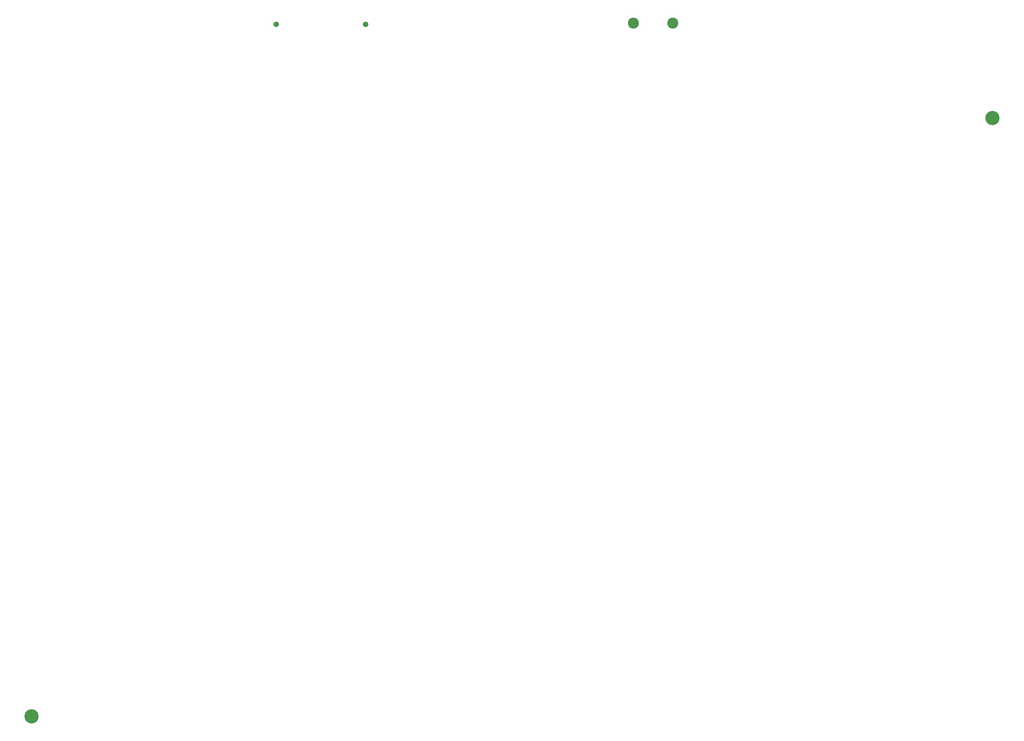
<source format=gbr>
%TF.GenerationSoftware,Altium Limited,Altium Designer,18.0.11 (651)*%
G04 Layer_Color=0*
%FSLAX26Y26*%
%MOIN*%
%TF.FileFunction,NonPlated,1,4,NPTH,Drill*%
%TF.Part,Single*%
G01*
G75*
%TA.AperFunction,ComponentDrill*%
%ADD156C,0.118110*%
%ADD157C,0.059055*%
%ADD158C,0.151969*%
%ADD159C,0.151969*%
D156*
X7717520Y7677953D02*
D03*
X8138779D02*
D03*
D157*
X3909449Y7665354D02*
D03*
X4862205D02*
D03*
D158*
X11548819Y6664567D02*
D03*
D159*
X1298425Y278724D02*
D03*
%TF.MD5,d471e95a590c5a27ee06e0234e7f67f1*%
M02*

</source>
